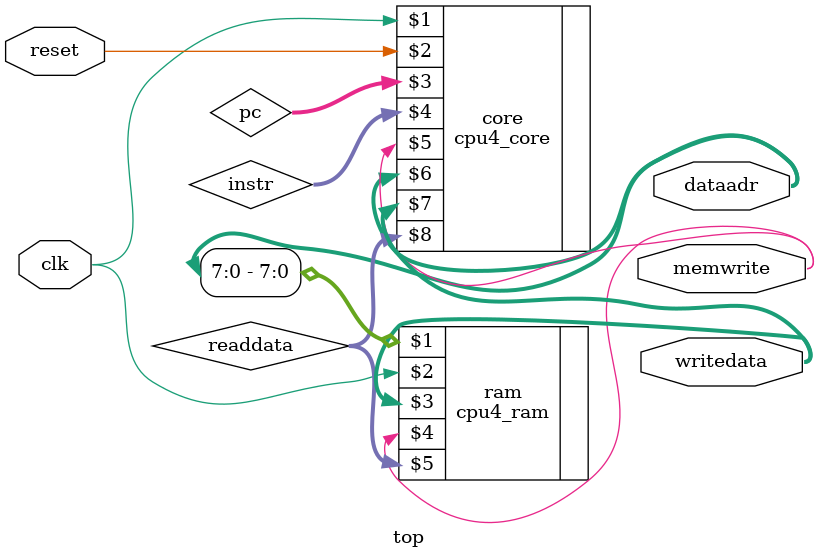
<source format=v>
`include "defines.v"

module top (
	input  clk,
	input  reset,
	output [31:0] dataadr,
	output [31:0] writedata,
	output memwrite
	);
	
	wire [31:0] pc;
	wire [31:0] instr;
	wire [31:0] readdata;
	
	// instantiate processor and memories
	cpu4_core core(clk, reset, pc, instr, memwrite, 
					dataadr, writedata, readdata);
					
	cpu4_ram ram(dataadr[7:0], clk, writedata, memwrite, readdata);
	
endmodule
</source>
